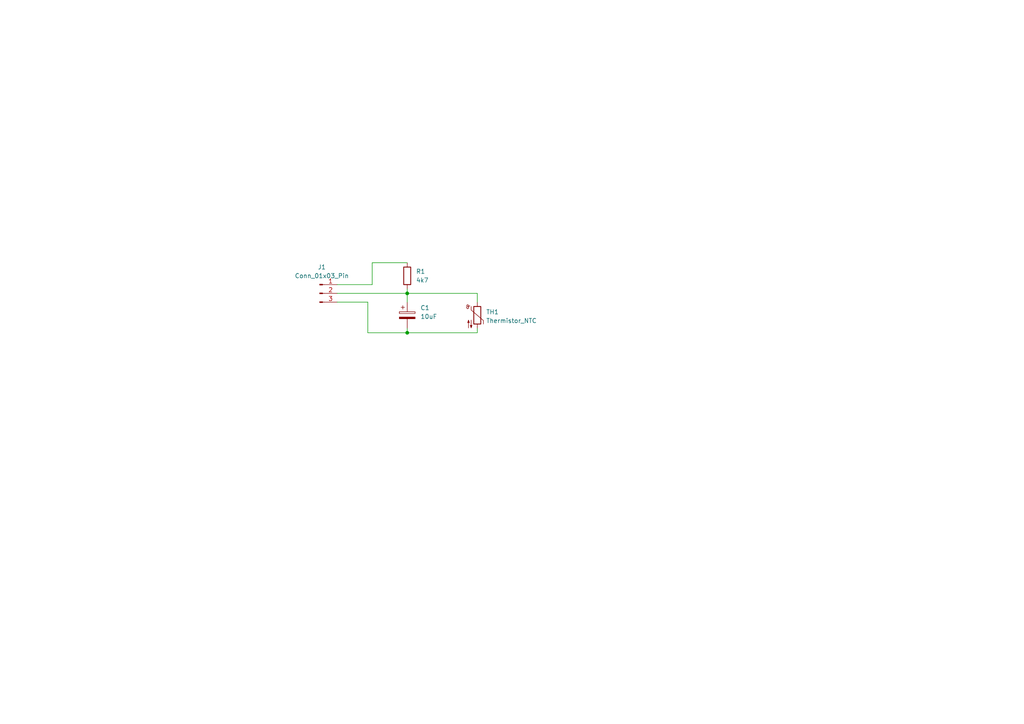
<source format=kicad_sch>
(kicad_sch
	(version 20250114)
	(generator "eeschema")
	(generator_version "9.0")
	(uuid "ed7ff5b5-0818-4192-a4c0-21aadff36842")
	(paper "A4")
	(title_block
		(title "Medidor temperatura arduino")
		(date "2025-12-29")
		(rev "1.0")
		(company "Kits de electronica")
	)
	(lib_symbols
		(symbol "Connector:Conn_01x03_Pin"
			(pin_names
				(offset 1.016)
				(hide yes)
			)
			(exclude_from_sim no)
			(in_bom yes)
			(on_board yes)
			(property "Reference" "J"
				(at 0 5.08 0)
				(effects
					(font
						(size 1.27 1.27)
					)
				)
			)
			(property "Value" "Conn_01x03_Pin"
				(at 0 -5.08 0)
				(effects
					(font
						(size 1.27 1.27)
					)
				)
			)
			(property "Footprint" ""
				(at 0 0 0)
				(effects
					(font
						(size 1.27 1.27)
					)
					(hide yes)
				)
			)
			(property "Datasheet" "~"
				(at 0 0 0)
				(effects
					(font
						(size 1.27 1.27)
					)
					(hide yes)
				)
			)
			(property "Description" "Generic connector, single row, 01x03, script generated"
				(at 0 0 0)
				(effects
					(font
						(size 1.27 1.27)
					)
					(hide yes)
				)
			)
			(property "ki_locked" ""
				(at 0 0 0)
				(effects
					(font
						(size 1.27 1.27)
					)
				)
			)
			(property "ki_keywords" "connector"
				(at 0 0 0)
				(effects
					(font
						(size 1.27 1.27)
					)
					(hide yes)
				)
			)
			(property "ki_fp_filters" "Connector*:*_1x??_*"
				(at 0 0 0)
				(effects
					(font
						(size 1.27 1.27)
					)
					(hide yes)
				)
			)
			(symbol "Conn_01x03_Pin_1_1"
				(rectangle
					(start 0.8636 2.667)
					(end 0 2.413)
					(stroke
						(width 0.1524)
						(type default)
					)
					(fill
						(type outline)
					)
				)
				(rectangle
					(start 0.8636 0.127)
					(end 0 -0.127)
					(stroke
						(width 0.1524)
						(type default)
					)
					(fill
						(type outline)
					)
				)
				(rectangle
					(start 0.8636 -2.413)
					(end 0 -2.667)
					(stroke
						(width 0.1524)
						(type default)
					)
					(fill
						(type outline)
					)
				)
				(polyline
					(pts
						(xy 1.27 2.54) (xy 0.8636 2.54)
					)
					(stroke
						(width 0.1524)
						(type default)
					)
					(fill
						(type none)
					)
				)
				(polyline
					(pts
						(xy 1.27 0) (xy 0.8636 0)
					)
					(stroke
						(width 0.1524)
						(type default)
					)
					(fill
						(type none)
					)
				)
				(polyline
					(pts
						(xy 1.27 -2.54) (xy 0.8636 -2.54)
					)
					(stroke
						(width 0.1524)
						(type default)
					)
					(fill
						(type none)
					)
				)
				(pin passive line
					(at 5.08 2.54 180)
					(length 3.81)
					(name "Pin_1"
						(effects
							(font
								(size 1.27 1.27)
							)
						)
					)
					(number "1"
						(effects
							(font
								(size 1.27 1.27)
							)
						)
					)
				)
				(pin passive line
					(at 5.08 0 180)
					(length 3.81)
					(name "Pin_2"
						(effects
							(font
								(size 1.27 1.27)
							)
						)
					)
					(number "2"
						(effects
							(font
								(size 1.27 1.27)
							)
						)
					)
				)
				(pin passive line
					(at 5.08 -2.54 180)
					(length 3.81)
					(name "Pin_3"
						(effects
							(font
								(size 1.27 1.27)
							)
						)
					)
					(number "3"
						(effects
							(font
								(size 1.27 1.27)
							)
						)
					)
				)
			)
			(embedded_fonts no)
		)
		(symbol "Device:C_Polarized"
			(pin_numbers
				(hide yes)
			)
			(pin_names
				(offset 0.254)
			)
			(exclude_from_sim no)
			(in_bom yes)
			(on_board yes)
			(property "Reference" "C"
				(at 0.635 2.54 0)
				(effects
					(font
						(size 1.27 1.27)
					)
					(justify left)
				)
			)
			(property "Value" "C_Polarized"
				(at 0.635 -2.54 0)
				(effects
					(font
						(size 1.27 1.27)
					)
					(justify left)
				)
			)
			(property "Footprint" ""
				(at 0.9652 -3.81 0)
				(effects
					(font
						(size 1.27 1.27)
					)
					(hide yes)
				)
			)
			(property "Datasheet" "~"
				(at 0 0 0)
				(effects
					(font
						(size 1.27 1.27)
					)
					(hide yes)
				)
			)
			(property "Description" "Polarized capacitor"
				(at 0 0 0)
				(effects
					(font
						(size 1.27 1.27)
					)
					(hide yes)
				)
			)
			(property "ki_keywords" "cap capacitor"
				(at 0 0 0)
				(effects
					(font
						(size 1.27 1.27)
					)
					(hide yes)
				)
			)
			(property "ki_fp_filters" "CP_*"
				(at 0 0 0)
				(effects
					(font
						(size 1.27 1.27)
					)
					(hide yes)
				)
			)
			(symbol "C_Polarized_0_1"
				(rectangle
					(start -2.286 0.508)
					(end 2.286 1.016)
					(stroke
						(width 0)
						(type default)
					)
					(fill
						(type none)
					)
				)
				(polyline
					(pts
						(xy -1.778 2.286) (xy -0.762 2.286)
					)
					(stroke
						(width 0)
						(type default)
					)
					(fill
						(type none)
					)
				)
				(polyline
					(pts
						(xy -1.27 2.794) (xy -1.27 1.778)
					)
					(stroke
						(width 0)
						(type default)
					)
					(fill
						(type none)
					)
				)
				(rectangle
					(start 2.286 -0.508)
					(end -2.286 -1.016)
					(stroke
						(width 0)
						(type default)
					)
					(fill
						(type outline)
					)
				)
			)
			(symbol "C_Polarized_1_1"
				(pin passive line
					(at 0 3.81 270)
					(length 2.794)
					(name "~"
						(effects
							(font
								(size 1.27 1.27)
							)
						)
					)
					(number "1"
						(effects
							(font
								(size 1.27 1.27)
							)
						)
					)
				)
				(pin passive line
					(at 0 -3.81 90)
					(length 2.794)
					(name "~"
						(effects
							(font
								(size 1.27 1.27)
							)
						)
					)
					(number "2"
						(effects
							(font
								(size 1.27 1.27)
							)
						)
					)
				)
			)
			(embedded_fonts no)
		)
		(symbol "Device:R"
			(pin_numbers
				(hide yes)
			)
			(pin_names
				(offset 0)
			)
			(exclude_from_sim no)
			(in_bom yes)
			(on_board yes)
			(property "Reference" "R"
				(at 2.032 0 90)
				(effects
					(font
						(size 1.27 1.27)
					)
				)
			)
			(property "Value" "R"
				(at 0 0 90)
				(effects
					(font
						(size 1.27 1.27)
					)
				)
			)
			(property "Footprint" ""
				(at -1.778 0 90)
				(effects
					(font
						(size 1.27 1.27)
					)
					(hide yes)
				)
			)
			(property "Datasheet" "~"
				(at 0 0 0)
				(effects
					(font
						(size 1.27 1.27)
					)
					(hide yes)
				)
			)
			(property "Description" "Resistor"
				(at 0 0 0)
				(effects
					(font
						(size 1.27 1.27)
					)
					(hide yes)
				)
			)
			(property "ki_keywords" "R res resistor"
				(at 0 0 0)
				(effects
					(font
						(size 1.27 1.27)
					)
					(hide yes)
				)
			)
			(property "ki_fp_filters" "R_*"
				(at 0 0 0)
				(effects
					(font
						(size 1.27 1.27)
					)
					(hide yes)
				)
			)
			(symbol "R_0_1"
				(rectangle
					(start -1.016 -2.54)
					(end 1.016 2.54)
					(stroke
						(width 0.254)
						(type default)
					)
					(fill
						(type none)
					)
				)
			)
			(symbol "R_1_1"
				(pin passive line
					(at 0 3.81 270)
					(length 1.27)
					(name "~"
						(effects
							(font
								(size 1.27 1.27)
							)
						)
					)
					(number "1"
						(effects
							(font
								(size 1.27 1.27)
							)
						)
					)
				)
				(pin passive line
					(at 0 -3.81 90)
					(length 1.27)
					(name "~"
						(effects
							(font
								(size 1.27 1.27)
							)
						)
					)
					(number "2"
						(effects
							(font
								(size 1.27 1.27)
							)
						)
					)
				)
			)
			(embedded_fonts no)
		)
		(symbol "Device:Thermistor_NTC"
			(pin_numbers
				(hide yes)
			)
			(pin_names
				(offset 0)
			)
			(exclude_from_sim no)
			(in_bom yes)
			(on_board yes)
			(property "Reference" "TH"
				(at -4.445 0 90)
				(effects
					(font
						(size 1.27 1.27)
					)
				)
			)
			(property "Value" "Thermistor_NTC"
				(at 3.175 0 90)
				(effects
					(font
						(size 1.27 1.27)
					)
				)
			)
			(property "Footprint" ""
				(at 0 1.27 0)
				(effects
					(font
						(size 1.27 1.27)
					)
					(hide yes)
				)
			)
			(property "Datasheet" "~"
				(at 0 1.27 0)
				(effects
					(font
						(size 1.27 1.27)
					)
					(hide yes)
				)
			)
			(property "Description" "Temperature dependent resistor, negative temperature coefficient"
				(at 0 0 0)
				(effects
					(font
						(size 1.27 1.27)
					)
					(hide yes)
				)
			)
			(property "ki_keywords" "thermistor NTC resistor sensor RTD"
				(at 0 0 0)
				(effects
					(font
						(size 1.27 1.27)
					)
					(hide yes)
				)
			)
			(property "ki_fp_filters" "*NTC* *Thermistor* PIN?ARRAY* bornier* *Terminal?Block* R_*"
				(at 0 0 0)
				(effects
					(font
						(size 1.27 1.27)
					)
					(hide yes)
				)
			)
			(symbol "Thermistor_NTC_0_1"
				(arc
					(start -3.175 2.413)
					(mid -3.0506 2.3165)
					(end -3.048 2.159)
					(stroke
						(width 0)
						(type default)
					)
					(fill
						(type none)
					)
				)
				(arc
					(start -3.048 2.794)
					(mid -2.9736 2.9736)
					(end -2.794 3.048)
					(stroke
						(width 0)
						(type default)
					)
					(fill
						(type none)
					)
				)
				(arc
					(start -2.794 3.048)
					(mid -2.6144 2.9736)
					(end -2.54 2.794)
					(stroke
						(width 0)
						(type default)
					)
					(fill
						(type none)
					)
				)
				(arc
					(start -2.794 2.54)
					(mid -2.9736 2.6144)
					(end -3.048 2.794)
					(stroke
						(width 0)
						(type default)
					)
					(fill
						(type none)
					)
				)
				(arc
					(start -2.794 1.905)
					(mid -2.9736 1.9794)
					(end -3.048 2.159)
					(stroke
						(width 0)
						(type default)
					)
					(fill
						(type none)
					)
				)
				(arc
					(start -2.54 2.159)
					(mid -2.6144 1.9794)
					(end -2.794 1.905)
					(stroke
						(width 0)
						(type default)
					)
					(fill
						(type none)
					)
				)
				(arc
					(start -2.159 2.794)
					(mid -2.434 2.5608)
					(end -2.794 2.54)
					(stroke
						(width 0)
						(type default)
					)
					(fill
						(type none)
					)
				)
				(polyline
					(pts
						(xy -2.54 2.159) (xy -2.54 2.794)
					)
					(stroke
						(width 0)
						(type default)
					)
					(fill
						(type none)
					)
				)
				(polyline
					(pts
						(xy -2.54 -3.683) (xy -2.54 -1.397) (xy -2.794 -2.159) (xy -2.286 -2.159) (xy -2.54 -1.397) (xy -2.54 -1.651)
					)
					(stroke
						(width 0)
						(type default)
					)
					(fill
						(type outline)
					)
				)
				(polyline
					(pts
						(xy -1.778 2.54) (xy -1.778 1.524) (xy 1.778 -1.524) (xy 1.778 -2.54)
					)
					(stroke
						(width 0)
						(type default)
					)
					(fill
						(type none)
					)
				)
				(polyline
					(pts
						(xy -1.778 -1.397) (xy -1.778 -3.683) (xy -2.032 -2.921) (xy -1.524 -2.921) (xy -1.778 -3.683)
						(xy -1.778 -3.429)
					)
					(stroke
						(width 0)
						(type default)
					)
					(fill
						(type outline)
					)
				)
				(rectangle
					(start -1.016 2.54)
					(end 1.016 -2.54)
					(stroke
						(width 0.254)
						(type default)
					)
					(fill
						(type none)
					)
				)
			)
			(symbol "Thermistor_NTC_1_1"
				(pin passive line
					(at 0 3.81 270)
					(length 1.27)
					(name "~"
						(effects
							(font
								(size 1.27 1.27)
							)
						)
					)
					(number "1"
						(effects
							(font
								(size 1.27 1.27)
							)
						)
					)
				)
				(pin passive line
					(at 0 -3.81 90)
					(length 1.27)
					(name "~"
						(effects
							(font
								(size 1.27 1.27)
							)
						)
					)
					(number "2"
						(effects
							(font
								(size 1.27 1.27)
							)
						)
					)
				)
			)
			(embedded_fonts no)
		)
	)
	(junction
		(at 118.11 85.09)
		(diameter 0)
		(color 0 0 0 0)
		(uuid "20cdf0b9-758f-4543-91ff-e5afbfec4482")
	)
	(junction
		(at 118.11 96.52)
		(diameter 0)
		(color 0 0 0 0)
		(uuid "4d776a76-f5f9-4ea2-9d14-d0d65766f702")
	)
	(wire
		(pts
			(xy 107.95 76.2) (xy 118.11 76.2)
		)
		(stroke
			(width 0)
			(type default)
		)
		(uuid "09bd8c22-6e3d-42ad-8044-90ff26edf660")
	)
	(wire
		(pts
			(xy 138.43 96.52) (xy 118.11 96.52)
		)
		(stroke
			(width 0)
			(type default)
		)
		(uuid "10f22549-0b50-4cf0-9815-5db32a20abfb")
	)
	(wire
		(pts
			(xy 107.95 76.2) (xy 107.95 82.55)
		)
		(stroke
			(width 0)
			(type default)
		)
		(uuid "4b8090e7-b7f3-41f6-abef-5ed1d3a1b771")
	)
	(wire
		(pts
			(xy 106.68 96.52) (xy 106.68 87.63)
		)
		(stroke
			(width 0)
			(type default)
		)
		(uuid "4d31579a-67a3-4921-9f0d-d071f8f7c88e")
	)
	(wire
		(pts
			(xy 138.43 85.09) (xy 118.11 85.09)
		)
		(stroke
			(width 0)
			(type default)
		)
		(uuid "6f154463-3b9f-4e29-8049-01b6b701568a")
	)
	(wire
		(pts
			(xy 138.43 87.63) (xy 138.43 85.09)
		)
		(stroke
			(width 0)
			(type default)
		)
		(uuid "776ac605-5be6-43cd-81e0-8ffce5f3050b")
	)
	(wire
		(pts
			(xy 118.11 85.09) (xy 118.11 87.63)
		)
		(stroke
			(width 0)
			(type default)
		)
		(uuid "7f9372a9-2b71-4a5b-b97d-d99d53cd4862")
	)
	(wire
		(pts
			(xy 97.79 82.55) (xy 107.95 82.55)
		)
		(stroke
			(width 0)
			(type default)
		)
		(uuid "998b6848-f868-4898-b1d3-66bb6cd16874")
	)
	(wire
		(pts
			(xy 106.68 87.63) (xy 97.79 87.63)
		)
		(stroke
			(width 0)
			(type default)
		)
		(uuid "b1622372-58d2-47ff-86f1-521c62c1a68d")
	)
	(wire
		(pts
			(xy 118.11 96.52) (xy 106.68 96.52)
		)
		(stroke
			(width 0)
			(type default)
		)
		(uuid "b2376998-5ddf-459e-bcb2-93d11c74850d")
	)
	(wire
		(pts
			(xy 138.43 95.25) (xy 138.43 96.52)
		)
		(stroke
			(width 0)
			(type default)
		)
		(uuid "b65a94eb-ee9a-465f-966c-735891083e0e")
	)
	(wire
		(pts
			(xy 118.11 83.82) (xy 118.11 85.09)
		)
		(stroke
			(width 0)
			(type default)
		)
		(uuid "e2bd7c0c-4d09-4a7d-ba78-d308a77d08b1")
	)
	(wire
		(pts
			(xy 97.79 85.09) (xy 118.11 85.09)
		)
		(stroke
			(width 0)
			(type default)
		)
		(uuid "e46df0f2-d794-482b-bf0c-62f6ab621cfd")
	)
	(wire
		(pts
			(xy 118.11 95.25) (xy 118.11 96.52)
		)
		(stroke
			(width 0)
			(type default)
		)
		(uuid "e731e41c-229a-4ec6-b260-37e9f24648df")
	)
	(symbol
		(lib_id "Device:Thermistor_NTC")
		(at 138.43 91.44 0)
		(unit 1)
		(exclude_from_sim no)
		(in_bom yes)
		(on_board yes)
		(dnp no)
		(fields_autoplaced yes)
		(uuid "35b16747-35a6-4db7-8791-6224e919d9e7")
		(property "Reference" "TH1"
			(at 140.97 90.4874 0)
			(effects
				(font
					(size 1.27 1.27)
				)
				(justify left)
			)
		)
		(property "Value" "Thermistor_NTC"
			(at 140.97 93.0274 0)
			(effects
				(font
					(size 1.27 1.27)
				)
				(justify left)
			)
		)
		(property "Footprint" "Conectores_screw:PhoenixContact_MKDS_1,5_2-1727010-1x02_P3.50mm"
			(at 138.43 90.17 0)
			(effects
				(font
					(size 1.27 1.27)
				)
				(hide yes)
			)
		)
		(property "Datasheet" "~"
			(at 138.43 90.17 0)
			(effects
				(font
					(size 1.27 1.27)
				)
				(hide yes)
			)
		)
		(property "Description" "Temperature dependent resistor, negative temperature coefficient"
			(at 138.43 91.44 0)
			(effects
				(font
					(size 1.27 1.27)
				)
				(hide yes)
			)
		)
		(pin "2"
			(uuid "a32a9b2d-df13-4034-b06b-4166e6593277")
		)
		(pin "1"
			(uuid "fe16832f-a658-49b0-8527-bc88c922611d")
		)
		(instances
			(project ""
				(path "/ed7ff5b5-0818-4192-a4c0-21aadff36842"
					(reference "TH1")
					(unit 1)
				)
			)
		)
	)
	(symbol
		(lib_id "Device:R")
		(at 118.11 80.01 0)
		(unit 1)
		(exclude_from_sim no)
		(in_bom yes)
		(on_board yes)
		(dnp no)
		(fields_autoplaced yes)
		(uuid "65bf2440-ba82-4335-8f9b-8122fadb68a7")
		(property "Reference" "R1"
			(at 120.65 78.7399 0)
			(effects
				(font
					(size 1.27 1.27)
				)
				(justify left)
			)
		)
		(property "Value" "4k7"
			(at 120.65 81.2799 0)
			(effects
				(font
					(size 1.27 1.27)
				)
				(justify left)
			)
		)
		(property "Footprint" "Resistor_THT:R_Axial_DIN0207_L6.3mm_D2.5mm_P15.24mm_Horizontal"
			(at 116.332 80.01 90)
			(effects
				(font
					(size 1.27 1.27)
				)
				(hide yes)
			)
		)
		(property "Datasheet" "~"
			(at 118.11 80.01 0)
			(effects
				(font
					(size 1.27 1.27)
				)
				(hide yes)
			)
		)
		(property "Description" "Resistor"
			(at 118.11 80.01 0)
			(effects
				(font
					(size 1.27 1.27)
				)
				(hide yes)
			)
		)
		(pin "1"
			(uuid "e8b56782-f188-4dfa-ba56-dd47d5b85322")
		)
		(pin "2"
			(uuid "6a812ac6-c934-4079-a897-82e82d0c0004")
		)
		(instances
			(project ""
				(path "/ed7ff5b5-0818-4192-a4c0-21aadff36842"
					(reference "R1")
					(unit 1)
				)
			)
		)
	)
	(symbol
		(lib_id "Device:C_Polarized")
		(at 118.11 91.44 0)
		(unit 1)
		(exclude_from_sim no)
		(in_bom yes)
		(on_board yes)
		(dnp no)
		(fields_autoplaced yes)
		(uuid "a64517da-9947-4711-8b14-fc19213e8c6e")
		(property "Reference" "C1"
			(at 121.92 89.2809 0)
			(effects
				(font
					(size 1.27 1.27)
				)
				(justify left)
			)
		)
		(property "Value" "10uF"
			(at 121.92 91.8209 0)
			(effects
				(font
					(size 1.27 1.27)
				)
				(justify left)
			)
		)
		(property "Footprint" "Capacitor_THT:CP_Radial_D6.3mm_P2.50mm"
			(at 119.0752 95.25 0)
			(effects
				(font
					(size 1.27 1.27)
				)
				(hide yes)
			)
		)
		(property "Datasheet" "~"
			(at 118.11 91.44 0)
			(effects
				(font
					(size 1.27 1.27)
				)
				(hide yes)
			)
		)
		(property "Description" "Polarized capacitor"
			(at 118.11 91.44 0)
			(effects
				(font
					(size 1.27 1.27)
				)
				(hide yes)
			)
		)
		(pin "1"
			(uuid "70ed8010-4437-4f4a-bfe3-fcc986d1509c")
		)
		(pin "2"
			(uuid "c1671b9c-6331-46b6-ac53-32db734cccf4")
		)
		(instances
			(project ""
				(path "/ed7ff5b5-0818-4192-a4c0-21aadff36842"
					(reference "C1")
					(unit 1)
				)
			)
		)
	)
	(symbol
		(lib_id "Connector:Conn_01x03_Pin")
		(at 92.71 85.09 0)
		(unit 1)
		(exclude_from_sim no)
		(in_bom yes)
		(on_board yes)
		(dnp no)
		(fields_autoplaced yes)
		(uuid "b579a7ea-a563-4a14-88df-db1b42dc7d4f")
		(property "Reference" "J1"
			(at 93.345 77.47 0)
			(effects
				(font
					(size 1.27 1.27)
				)
			)
		)
		(property "Value" "Conn_01x03_Pin"
			(at 93.345 80.01 0)
			(effects
				(font
					(size 1.27 1.27)
				)
			)
		)
		(property "Footprint" "Conectores_screw:PhoenixContact_MKDS_1,5_3-19325191-1x03_P3.50mm"
			(at 92.71 85.09 0)
			(effects
				(font
					(size 1.27 1.27)
				)
				(hide yes)
			)
		)
		(property "Datasheet" "~"
			(at 92.71 85.09 0)
			(effects
				(font
					(size 1.27 1.27)
				)
				(hide yes)
			)
		)
		(property "Description" "Generic connector, single row, 01x03, script generated"
			(at 92.71 85.09 0)
			(effects
				(font
					(size 1.27 1.27)
				)
				(hide yes)
			)
		)
		(pin "3"
			(uuid "a4fbd8b8-05de-4abb-be5e-7dfcb8f7e5f2")
		)
		(pin "1"
			(uuid "01d6be86-cc31-4568-8792-ea6e4aac0e7b")
		)
		(pin "2"
			(uuid "c87f8542-6308-47ad-82a6-bea1430a0504")
		)
		(instances
			(project ""
				(path "/ed7ff5b5-0818-4192-a4c0-21aadff36842"
					(reference "J1")
					(unit 1)
				)
			)
		)
	)
	(sheet_instances
		(path "/"
			(page "1")
		)
	)
	(embedded_fonts no)
	(embedded_files
		(file
			(name "kitsdeelectronica.kicad_wks")
			(type worksheet)
			(data |KLUv/WDxCT0VAGZeYCEAtxsWHGS5ZWWMnPes1goiN6pBfvH773PUcxNVVbcAEAFWAFAAWgCfZxH/
				Y4/E//HcPGmP15M7kfMdDw0YtWZ/HrwkH29owCzafrrll/wLAEBAQIrey2kxKk51QeeEZNUZf5d9
				dI9hQSm96qw94ltmHxUAAUEZInHA7ruhQp7nTXoVAD/iDm2sdonJilb9JX/vsXlhtSdmKuVvvN85
				6Tn7mPH3Yc+eVejDodce/v32zzc4inDuuuofXRTxV7s2ODri6klpf+6+rKp2sRs/TnaXFMZesouf
				7gaG2GtErVi0TdNYzMgxi0XVEmohmjEdWsWC4Rx2Yts+euM0CWZhPSllWIlWLFKWyx4cm9k2DUXo
				RhZxWEjO2ZT9R//a1LlfikBYbZqZKtYzAYGhJirGuOqFqIyLJuq8KFexFNPYkSJ2zLqpZBeKxYEi
				KCJcduGsjWyLxWUhKFnFTjTI6H6+/N2w+9sKa1I74TQOh6K/XKWVgrff/bMNDqkBqFX9nZhxp3OA
				gKDxPIYUIppRkCRJOnBEpOaqG9xMa3zQ7/wear1EypeoB9SViSHV7Y4w63hXsRCBgTHj6XuTFfOg
				AWPrDsx2as9EZN4DXQKxgS5Q0jqfDmTZBaQlYKJzoH572hQwneimhwcmwX+clI9lsMfQhJzEivYB
				EB/BoY93Z/vuuSXljSKwAvp0lWfDlIXBYHidJMvpIJh3KfMwWXlOOtJGlwCQyrHnUg7Q9Ml9UMOA
				hj71oKooTU8uG8t9ZDUmHbX1hwMhukOKF40KXjnEAXn7KOdhL0AmEda16PbXfplvUcOhXRAQMirJ
				UwOavnhBDwfzoZvcMQ0Y20KC+auggQMHVDRE7mjRnbQW0jIxI4uezBljjbpNeprenPVv+FxEbWSk
				Af4Y9Co=|
			)
			(checksum "D0DA57C6B2CA05394C95AF7F0705E754")
		)
	)
)

</source>
